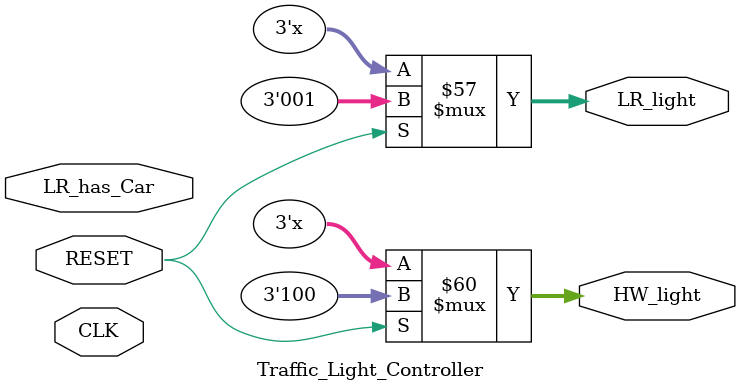
<source format=v>
module PAT(clk, reset, data, flag);
    input clk, reset, data;
    output reg flag;
    reg [2:0] state;
    reg [2:0] next_state;
    initial begin
        state = 3'b000;
        next_state = 3'b000;
    end
    always@(posedge clk)begin
        if(reset)
            state <= 3'b000;
        else
            state <= next_state;
    end

    always@(*)begin
        if(reset)
            next_state = 3'b000;
        else begin
        case(state)
            3'b000:begin
                if(data)
                    next_state = 3'b001;
                else
                    next_state = 3'b000;
            end
            3'b001:begin
                if(data)
                    next_state = 3'b011;
                else
                    next_state = 3'b010;
            end
            3'b010:begin
                if(data)
                    next_state = 3'b101;
                else
                    next_state = 3'b000;
            end
            3'b011:begin
                if(data)
                    next_state = 3'b011;
                else
                    next_state = 3'b110;
            end
            3'b101:begin
                if(data)
                    next_state = 3'b011;
                else
                    next_state = 3'b010;
            end
            3'b110:begin
                if(data)
                    next_state = 3'b101;
                else
                    next_state = 3'b000;
            end
            default:begin
                next_state = 3'b000;
            end
        endcase
        end
    end

    always@(posedge clk)begin
        if(reset)
            flag = 1'b0;
        else begin
            case(state)
                3'b110:begin
                    if(data)
                        flag = 1'b1;
                    else
                        flag = 1'b0;
                end
                3'b101:begin
                    if(data)
                        flag = 1'b1;
                    else
                        flag = 1'b0;
                end
                default:begin
                    flag = 1'b0;
                end
            endcase
        end
    end
endmodule


module Traffic_Light_Controller(CLK, RESET, LR_has_Car, HW_light, LR_light);
    input CLK, RESET, LR_has_Car;
    output reg [2:0] HW_light, LR_light;
    integer i;
    reg [2:0] state;
    initial begin
        state = 3'b000;
        i = 5;
    end
    always@(*) begin
        if(RESET) begin
            state = 3'b000;
            HW_light = 3'b100;
            LR_light = 3'b001;
            i = 5;
        end
        else begin
            case(state)
                3'b000: begin
                    HW_light = 3'b100;
                    LR_light = 3'b001;
                end
                3'b001: begin
                    HW_light = 3'b010;
                    LR_light = 3'b001;
                end
                3'b010: begin
                    HW_light = 3'b001;
                    LR_light = 3'b001;
                end
                3'b100: begin
                    HW_light = 3'b001;
                    LR_light = 3'b100;
                end
                3'b101: begin
                    HW_light = 3'b001;
                    LR_light = 3'b010;
                end
                3'b110: begin
                    HW_light = 3'b001;
                    LR_light = 3'b001;
                end
            endcase
        end
    end
    always@(posedge CLK && !RESET)begin
        if(i == 0) begin
            case(state)
                3'b000:begin
                    if(LR_has_Car) begin
                        state <= 3'b001;
                        i = 2;
                    end
                end
                3'b001:begin
                    state <= 3'b010;
                end
                3'b010:begin
                    state <= 3'b100;
                    i = 4;
                end
                3'b100:begin
                    state <= 3'b101;
                    i = 2;
                end
                3'b101:begin
                    state <= 3'b110;
                end
                3'b110:begin
                    state <= 3'b000;
                    i = 4;
                end
                default:begin
                    state <= 3'b000;
                    i = 4;
                end
            endcase
        end
        else i = i - 1;
    end
endmodule

</source>
